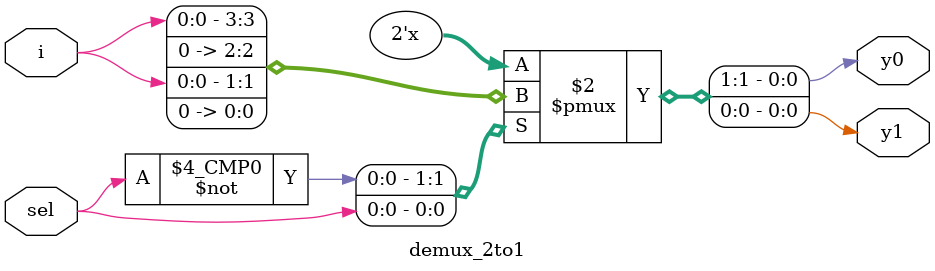
<source format=v>
`timescale 1ns / 1ps


module demux_2to1(
                    input sel,
                    input i,
                    output reg y0,y1);
    
  always @(*) begin
    case(sel)
      'h0: {y0,y1} = {i,1'b0};
      'h1: {y0,y1} = {1'b0,i,1'b0};
      default: $display("Invalid sel input");
    endcase
  end
endmodule
</source>
